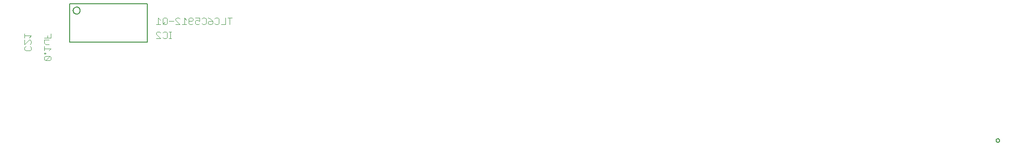
<source format=gbo>
G75*
%MOIN*%
%OFA0B0*%
%FSLAX24Y24*%
%IPPOS*%
%LPD*%
%AMOC8*
5,1,8,0,0,1.08239X$1,22.5*
%
%ADD10C,0.0050*%
%ADD11C,0.0040*%
D10*
X004350Y045375D02*
X009850Y045375D01*
X009850Y048125D01*
X004350Y048125D01*
X004350Y045375D01*
X004600Y047625D02*
X004602Y047656D01*
X004608Y047687D01*
X004618Y047717D01*
X004631Y047745D01*
X004648Y047772D01*
X004668Y047796D01*
X004691Y047818D01*
X004716Y047836D01*
X004744Y047851D01*
X004773Y047863D01*
X004803Y047871D01*
X004834Y047875D01*
X004866Y047875D01*
X004897Y047871D01*
X004927Y047863D01*
X004956Y047851D01*
X004984Y047836D01*
X005009Y047818D01*
X005032Y047796D01*
X005052Y047772D01*
X005069Y047745D01*
X005082Y047717D01*
X005092Y047687D01*
X005098Y047656D01*
X005100Y047625D01*
X005098Y047594D01*
X005092Y047563D01*
X005082Y047533D01*
X005069Y047505D01*
X005052Y047478D01*
X005032Y047454D01*
X005009Y047432D01*
X004984Y047414D01*
X004956Y047399D01*
X004927Y047387D01*
X004897Y047379D01*
X004866Y047375D01*
X004834Y047375D01*
X004803Y047379D01*
X004773Y047387D01*
X004744Y047399D01*
X004716Y047414D01*
X004691Y047432D01*
X004668Y047454D01*
X004648Y047478D01*
X004631Y047505D01*
X004618Y047533D01*
X004608Y047563D01*
X004602Y047594D01*
X004600Y047625D01*
X069975Y038375D02*
X069977Y038397D01*
X069983Y038418D01*
X069992Y038437D01*
X070004Y038455D01*
X070020Y038471D01*
X070037Y038483D01*
X070057Y038492D01*
X070078Y038498D01*
X070100Y038500D01*
X070122Y038498D01*
X070143Y038492D01*
X070162Y038483D01*
X070180Y038471D01*
X070196Y038455D01*
X070208Y038437D01*
X070217Y038418D01*
X070223Y038397D01*
X070225Y038375D01*
X070223Y038353D01*
X070217Y038332D01*
X070208Y038313D01*
X070196Y038295D01*
X070180Y038279D01*
X070163Y038267D01*
X070143Y038258D01*
X070122Y038252D01*
X070100Y038250D01*
X070078Y038252D01*
X070057Y038258D01*
X070037Y038267D01*
X070020Y038279D01*
X070004Y038295D01*
X069992Y038312D01*
X069983Y038332D01*
X069977Y038353D01*
X069975Y038375D01*
D11*
X002954Y044380D02*
X002647Y044073D01*
X002570Y044150D01*
X002570Y044303D01*
X002647Y044380D01*
X002954Y044380D01*
X003030Y044303D01*
X003030Y044150D01*
X002954Y044073D01*
X002647Y044073D01*
X002647Y044534D02*
X002647Y044610D01*
X002570Y044610D01*
X002570Y044534D01*
X002647Y044534D01*
X002570Y044764D02*
X002570Y045071D01*
X002570Y044917D02*
X003030Y044917D01*
X002877Y044764D01*
X002877Y045224D02*
X002647Y045224D01*
X002570Y045301D01*
X002570Y045531D01*
X002877Y045531D01*
X002800Y045685D02*
X002800Y045838D01*
X002570Y045685D02*
X003030Y045685D01*
X003030Y045992D01*
X001630Y045838D02*
X001170Y045838D01*
X001170Y045685D02*
X001170Y045992D01*
X001477Y045685D02*
X001630Y045838D01*
X001554Y045531D02*
X001630Y045454D01*
X001630Y045301D01*
X001554Y045224D01*
X001554Y045071D02*
X001630Y044994D01*
X001630Y044841D01*
X001554Y044764D01*
X001247Y044764D01*
X001170Y044841D01*
X001170Y044994D01*
X001247Y045071D01*
X001170Y045224D02*
X001477Y045531D01*
X001554Y045531D01*
X001170Y045531D02*
X001170Y045224D01*
X010483Y045645D02*
X010790Y045645D01*
X010483Y045952D01*
X010483Y046029D01*
X010560Y046105D01*
X010714Y046105D01*
X010790Y046029D01*
X010944Y046029D02*
X011021Y046105D01*
X011174Y046105D01*
X011251Y046029D01*
X011251Y045722D01*
X011174Y045645D01*
X011021Y045645D01*
X010944Y045722D01*
X011404Y045645D02*
X011558Y045645D01*
X011481Y045645D02*
X011481Y046105D01*
X011558Y046105D02*
X011404Y046105D01*
X011174Y046645D02*
X011251Y046722D01*
X011251Y047029D01*
X011174Y047105D01*
X011021Y047105D01*
X010944Y047029D01*
X010944Y046722D01*
X011021Y046645D01*
X011174Y046645D01*
X011097Y046798D02*
X010944Y046645D01*
X010790Y046645D02*
X010483Y046645D01*
X010637Y046645D02*
X010637Y047105D01*
X010790Y046952D01*
X011404Y046875D02*
X011711Y046875D01*
X011865Y046952D02*
X011865Y047029D01*
X011941Y047105D01*
X012095Y047105D01*
X012172Y047029D01*
X012479Y047105D02*
X012479Y046645D01*
X012632Y046645D02*
X012325Y046645D01*
X012172Y046645D02*
X011865Y046952D01*
X011865Y046645D02*
X012172Y046645D01*
X012632Y046952D02*
X012479Y047105D01*
X012785Y047029D02*
X012785Y046722D01*
X012862Y046645D01*
X013016Y046645D01*
X013092Y046722D01*
X013246Y046722D02*
X013323Y046645D01*
X013476Y046645D01*
X013553Y046722D01*
X013553Y046875D02*
X013399Y046952D01*
X013323Y046952D01*
X013246Y046875D01*
X013246Y046722D01*
X013092Y046952D02*
X013016Y046875D01*
X012785Y046875D01*
X012785Y047029D02*
X012862Y047105D01*
X013016Y047105D01*
X013092Y047029D01*
X013092Y046952D01*
X013246Y047105D02*
X013553Y047105D01*
X013553Y046875D01*
X013706Y046722D02*
X013783Y046645D01*
X013936Y046645D01*
X014013Y046722D01*
X014013Y047029D01*
X013936Y047105D01*
X013783Y047105D01*
X013706Y047029D01*
X014167Y047105D02*
X014320Y047029D01*
X014474Y046875D01*
X014243Y046875D01*
X014167Y046798D01*
X014167Y046722D01*
X014243Y046645D01*
X014397Y046645D01*
X014474Y046722D01*
X014474Y046875D01*
X014627Y046722D02*
X014704Y046645D01*
X014857Y046645D01*
X014934Y046722D01*
X014934Y047029D01*
X014857Y047105D01*
X014704Y047105D01*
X014627Y047029D01*
X015087Y046645D02*
X015394Y046645D01*
X015394Y047105D01*
X015548Y047105D02*
X015855Y047105D01*
X015701Y047105D02*
X015701Y046645D01*
M02*

</source>
